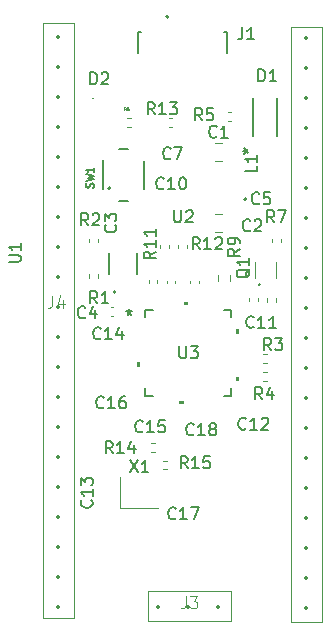
<source format=gto>
%TF.GenerationSoftware,KiCad,Pcbnew,8.0.7*%
%TF.CreationDate,2025-02-02T23:02:36+05:30*%
%TF.ProjectId,my-template,6d792d74-656d-4706-9c61-74652e6b6963,rev?*%
%TF.SameCoordinates,Original*%
%TF.FileFunction,Legend,Top*%
%TF.FilePolarity,Positive*%
%FSLAX46Y46*%
G04 Gerber Fmt 4.6, Leading zero omitted, Abs format (unit mm)*
G04 Created by KiCad (PCBNEW 8.0.7) date 2025-02-02 23:02:36*
%MOMM*%
%LPD*%
G01*
G04 APERTURE LIST*
%ADD10C,0.150000*%
%ADD11C,0.100000*%
%ADD12C,0.062500*%
%ADD13C,0.152400*%
%ADD14C,0.120000*%
%ADD15C,0.000000*%
%ADD16C,0.200000*%
%ADD17C,0.127000*%
%ADD18C,0.350000*%
G04 APERTURE END LIST*
D10*
X232299819Y-90651666D02*
X232299819Y-91127856D01*
X232299819Y-91127856D02*
X231299819Y-91127856D01*
X232299819Y-89794523D02*
X232299819Y-90365951D01*
X232299819Y-90080237D02*
X231299819Y-90080237D01*
X231299819Y-90080237D02*
X231442676Y-90175475D01*
X231442676Y-90175475D02*
X231537914Y-90270713D01*
X231537914Y-90270713D02*
X231585533Y-90365951D01*
X232433905Y-83512819D02*
X232433905Y-82512819D01*
X232433905Y-82512819D02*
X232672000Y-82512819D01*
X232672000Y-82512819D02*
X232814857Y-82560438D01*
X232814857Y-82560438D02*
X232910095Y-82655676D01*
X232910095Y-82655676D02*
X232957714Y-82750914D01*
X232957714Y-82750914D02*
X233005333Y-82941390D01*
X233005333Y-82941390D02*
X233005333Y-83084247D01*
X233005333Y-83084247D02*
X232957714Y-83274723D01*
X232957714Y-83274723D02*
X232910095Y-83369961D01*
X232910095Y-83369961D02*
X232814857Y-83465200D01*
X232814857Y-83465200D02*
X232672000Y-83512819D01*
X232672000Y-83512819D02*
X232433905Y-83512819D01*
X233957714Y-83512819D02*
X233386286Y-83512819D01*
X233672000Y-83512819D02*
X233672000Y-82512819D01*
X233672000Y-82512819D02*
X233576762Y-82655676D01*
X233576762Y-82655676D02*
X233481524Y-82750914D01*
X233481524Y-82750914D02*
X233386286Y-82798533D01*
X231102819Y-89407999D02*
X231340914Y-89407999D01*
X231245676Y-89646094D02*
X231340914Y-89407999D01*
X231340914Y-89407999D02*
X231245676Y-89169904D01*
X231531390Y-89550856D02*
X231340914Y-89407999D01*
X231340914Y-89407999D02*
X231531390Y-89265142D01*
X227449142Y-97736819D02*
X227115809Y-97260628D01*
X226877714Y-97736819D02*
X226877714Y-96736819D01*
X226877714Y-96736819D02*
X227258666Y-96736819D01*
X227258666Y-96736819D02*
X227353904Y-96784438D01*
X227353904Y-96784438D02*
X227401523Y-96832057D01*
X227401523Y-96832057D02*
X227449142Y-96927295D01*
X227449142Y-96927295D02*
X227449142Y-97070152D01*
X227449142Y-97070152D02*
X227401523Y-97165390D01*
X227401523Y-97165390D02*
X227353904Y-97213009D01*
X227353904Y-97213009D02*
X227258666Y-97260628D01*
X227258666Y-97260628D02*
X226877714Y-97260628D01*
X228401523Y-97736819D02*
X227830095Y-97736819D01*
X228115809Y-97736819D02*
X228115809Y-96736819D01*
X228115809Y-96736819D02*
X228020571Y-96879676D01*
X228020571Y-96879676D02*
X227925333Y-96974914D01*
X227925333Y-96974914D02*
X227830095Y-97022533D01*
X228782476Y-96832057D02*
X228830095Y-96784438D01*
X228830095Y-96784438D02*
X228925333Y-96736819D01*
X228925333Y-96736819D02*
X229163428Y-96736819D01*
X229163428Y-96736819D02*
X229258666Y-96784438D01*
X229258666Y-96784438D02*
X229306285Y-96832057D01*
X229306285Y-96832057D02*
X229353904Y-96927295D01*
X229353904Y-96927295D02*
X229353904Y-97022533D01*
X229353904Y-97022533D02*
X229306285Y-97165390D01*
X229306285Y-97165390D02*
X228734857Y-97736819D01*
X228734857Y-97736819D02*
X229353904Y-97736819D01*
D11*
X214991666Y-101692419D02*
X214991666Y-102406704D01*
X214991666Y-102406704D02*
X214944047Y-102549561D01*
X214944047Y-102549561D02*
X214848809Y-102644800D01*
X214848809Y-102644800D02*
X214705952Y-102692419D01*
X214705952Y-102692419D02*
X214610714Y-102692419D01*
X215896428Y-102025752D02*
X215896428Y-102692419D01*
X215658333Y-101644800D02*
X215420238Y-102359085D01*
X215420238Y-102359085D02*
X216039285Y-102359085D01*
D10*
X225738095Y-105954819D02*
X225738095Y-106764342D01*
X225738095Y-106764342D02*
X225785714Y-106859580D01*
X225785714Y-106859580D02*
X225833333Y-106907200D01*
X225833333Y-106907200D02*
X225928571Y-106954819D01*
X225928571Y-106954819D02*
X226119047Y-106954819D01*
X226119047Y-106954819D02*
X226214285Y-106907200D01*
X226214285Y-106907200D02*
X226261904Y-106859580D01*
X226261904Y-106859580D02*
X226309523Y-106764342D01*
X226309523Y-106764342D02*
X226309523Y-105954819D01*
X226690476Y-105954819D02*
X227309523Y-105954819D01*
X227309523Y-105954819D02*
X226976190Y-106335771D01*
X226976190Y-106335771D02*
X227119047Y-106335771D01*
X227119047Y-106335771D02*
X227214285Y-106383390D01*
X227214285Y-106383390D02*
X227261904Y-106431009D01*
X227261904Y-106431009D02*
X227309523Y-106526247D01*
X227309523Y-106526247D02*
X227309523Y-106764342D01*
X227309523Y-106764342D02*
X227261904Y-106859580D01*
X227261904Y-106859580D02*
X227214285Y-106907200D01*
X227214285Y-106907200D02*
X227119047Y-106954819D01*
X227119047Y-106954819D02*
X226833333Y-106954819D01*
X226833333Y-106954819D02*
X226738095Y-106907200D01*
X226738095Y-106907200D02*
X226690476Y-106859580D01*
X221488000Y-102832819D02*
X221488000Y-103070914D01*
X221249905Y-102975676D02*
X221488000Y-103070914D01*
X221488000Y-103070914D02*
X221726095Y-102975676D01*
X221345143Y-103261390D02*
X221488000Y-103070914D01*
X221488000Y-103070914D02*
X221630857Y-103261390D01*
X233767333Y-95450819D02*
X233434000Y-94974628D01*
X233195905Y-95450819D02*
X233195905Y-94450819D01*
X233195905Y-94450819D02*
X233576857Y-94450819D01*
X233576857Y-94450819D02*
X233672095Y-94498438D01*
X233672095Y-94498438D02*
X233719714Y-94546057D01*
X233719714Y-94546057D02*
X233767333Y-94641295D01*
X233767333Y-94641295D02*
X233767333Y-94784152D01*
X233767333Y-94784152D02*
X233719714Y-94879390D01*
X233719714Y-94879390D02*
X233672095Y-94927009D01*
X233672095Y-94927009D02*
X233576857Y-94974628D01*
X233576857Y-94974628D02*
X233195905Y-94974628D01*
X234100667Y-94450819D02*
X234767333Y-94450819D01*
X234767333Y-94450819D02*
X234338762Y-95450819D01*
X227671333Y-86814819D02*
X227338000Y-86338628D01*
X227099905Y-86814819D02*
X227099905Y-85814819D01*
X227099905Y-85814819D02*
X227480857Y-85814819D01*
X227480857Y-85814819D02*
X227576095Y-85862438D01*
X227576095Y-85862438D02*
X227623714Y-85910057D01*
X227623714Y-85910057D02*
X227671333Y-86005295D01*
X227671333Y-86005295D02*
X227671333Y-86148152D01*
X227671333Y-86148152D02*
X227623714Y-86243390D01*
X227623714Y-86243390D02*
X227576095Y-86291009D01*
X227576095Y-86291009D02*
X227480857Y-86338628D01*
X227480857Y-86338628D02*
X227099905Y-86338628D01*
X228576095Y-85814819D02*
X228099905Y-85814819D01*
X228099905Y-85814819D02*
X228052286Y-86291009D01*
X228052286Y-86291009D02*
X228099905Y-86243390D01*
X228099905Y-86243390D02*
X228195143Y-86195771D01*
X228195143Y-86195771D02*
X228433238Y-86195771D01*
X228433238Y-86195771D02*
X228528476Y-86243390D01*
X228528476Y-86243390D02*
X228576095Y-86291009D01*
X228576095Y-86291009D02*
X228623714Y-86386247D01*
X228623714Y-86386247D02*
X228623714Y-86624342D01*
X228623714Y-86624342D02*
X228576095Y-86719580D01*
X228576095Y-86719580D02*
X228528476Y-86767200D01*
X228528476Y-86767200D02*
X228433238Y-86814819D01*
X228433238Y-86814819D02*
X228195143Y-86814819D01*
X228195143Y-86814819D02*
X228099905Y-86767200D01*
X228099905Y-86767200D02*
X228052286Y-86719580D01*
X230832819Y-97702666D02*
X230356628Y-98035999D01*
X230832819Y-98274094D02*
X229832819Y-98274094D01*
X229832819Y-98274094D02*
X229832819Y-97893142D01*
X229832819Y-97893142D02*
X229880438Y-97797904D01*
X229880438Y-97797904D02*
X229928057Y-97750285D01*
X229928057Y-97750285D02*
X230023295Y-97702666D01*
X230023295Y-97702666D02*
X230166152Y-97702666D01*
X230166152Y-97702666D02*
X230261390Y-97750285D01*
X230261390Y-97750285D02*
X230309009Y-97797904D01*
X230309009Y-97797904D02*
X230356628Y-97893142D01*
X230356628Y-97893142D02*
X230356628Y-98274094D01*
X230832819Y-97226475D02*
X230832819Y-97035999D01*
X230832819Y-97035999D02*
X230785200Y-96940761D01*
X230785200Y-96940761D02*
X230737580Y-96893142D01*
X230737580Y-96893142D02*
X230594723Y-96797904D01*
X230594723Y-96797904D02*
X230404247Y-96750285D01*
X230404247Y-96750285D02*
X230023295Y-96750285D01*
X230023295Y-96750285D02*
X229928057Y-96797904D01*
X229928057Y-96797904D02*
X229880438Y-96845523D01*
X229880438Y-96845523D02*
X229832819Y-96940761D01*
X229832819Y-96940761D02*
X229832819Y-97131237D01*
X229832819Y-97131237D02*
X229880438Y-97226475D01*
X229880438Y-97226475D02*
X229928057Y-97274094D01*
X229928057Y-97274094D02*
X230023295Y-97321713D01*
X230023295Y-97321713D02*
X230261390Y-97321713D01*
X230261390Y-97321713D02*
X230356628Y-97274094D01*
X230356628Y-97274094D02*
X230404247Y-97226475D01*
X230404247Y-97226475D02*
X230451866Y-97131237D01*
X230451866Y-97131237D02*
X230451866Y-96940761D01*
X230451866Y-96940761D02*
X230404247Y-96845523D01*
X230404247Y-96845523D02*
X230356628Y-96797904D01*
X230356628Y-96797904D02*
X230261390Y-96750285D01*
X225298095Y-94450819D02*
X225298095Y-95260342D01*
X225298095Y-95260342D02*
X225345714Y-95355580D01*
X225345714Y-95355580D02*
X225393333Y-95403200D01*
X225393333Y-95403200D02*
X225488571Y-95450819D01*
X225488571Y-95450819D02*
X225679047Y-95450819D01*
X225679047Y-95450819D02*
X225774285Y-95403200D01*
X225774285Y-95403200D02*
X225821904Y-95355580D01*
X225821904Y-95355580D02*
X225869523Y-95260342D01*
X225869523Y-95260342D02*
X225869523Y-94450819D01*
X226298095Y-94546057D02*
X226345714Y-94498438D01*
X226345714Y-94498438D02*
X226440952Y-94450819D01*
X226440952Y-94450819D02*
X226679047Y-94450819D01*
X226679047Y-94450819D02*
X226774285Y-94498438D01*
X226774285Y-94498438D02*
X226821904Y-94546057D01*
X226821904Y-94546057D02*
X226869523Y-94641295D01*
X226869523Y-94641295D02*
X226869523Y-94736533D01*
X226869523Y-94736533D02*
X226821904Y-94879390D01*
X226821904Y-94879390D02*
X226250476Y-95450819D01*
X226250476Y-95450819D02*
X226869523Y-95450819D01*
X224988333Y-90021580D02*
X224940714Y-90069200D01*
X224940714Y-90069200D02*
X224797857Y-90116819D01*
X224797857Y-90116819D02*
X224702619Y-90116819D01*
X224702619Y-90116819D02*
X224559762Y-90069200D01*
X224559762Y-90069200D02*
X224464524Y-89973961D01*
X224464524Y-89973961D02*
X224416905Y-89878723D01*
X224416905Y-89878723D02*
X224369286Y-89688247D01*
X224369286Y-89688247D02*
X224369286Y-89545390D01*
X224369286Y-89545390D02*
X224416905Y-89354914D01*
X224416905Y-89354914D02*
X224464524Y-89259676D01*
X224464524Y-89259676D02*
X224559762Y-89164438D01*
X224559762Y-89164438D02*
X224702619Y-89116819D01*
X224702619Y-89116819D02*
X224797857Y-89116819D01*
X224797857Y-89116819D02*
X224940714Y-89164438D01*
X224940714Y-89164438D02*
X224988333Y-89212057D01*
X225321667Y-89116819D02*
X225988333Y-89116819D01*
X225988333Y-89116819D02*
X225559762Y-90116819D01*
X232021142Y-104309580D02*
X231973523Y-104357200D01*
X231973523Y-104357200D02*
X231830666Y-104404819D01*
X231830666Y-104404819D02*
X231735428Y-104404819D01*
X231735428Y-104404819D02*
X231592571Y-104357200D01*
X231592571Y-104357200D02*
X231497333Y-104261961D01*
X231497333Y-104261961D02*
X231449714Y-104166723D01*
X231449714Y-104166723D02*
X231402095Y-103976247D01*
X231402095Y-103976247D02*
X231402095Y-103833390D01*
X231402095Y-103833390D02*
X231449714Y-103642914D01*
X231449714Y-103642914D02*
X231497333Y-103547676D01*
X231497333Y-103547676D02*
X231592571Y-103452438D01*
X231592571Y-103452438D02*
X231735428Y-103404819D01*
X231735428Y-103404819D02*
X231830666Y-103404819D01*
X231830666Y-103404819D02*
X231973523Y-103452438D01*
X231973523Y-103452438D02*
X232021142Y-103500057D01*
X232973523Y-104404819D02*
X232402095Y-104404819D01*
X232687809Y-104404819D02*
X232687809Y-103404819D01*
X232687809Y-103404819D02*
X232592571Y-103547676D01*
X232592571Y-103547676D02*
X232497333Y-103642914D01*
X232497333Y-103642914D02*
X232402095Y-103690533D01*
X233925904Y-104404819D02*
X233354476Y-104404819D01*
X233640190Y-104404819D02*
X233640190Y-103404819D01*
X233640190Y-103404819D02*
X233544952Y-103547676D01*
X233544952Y-103547676D02*
X233449714Y-103642914D01*
X233449714Y-103642914D02*
X233354476Y-103690533D01*
X231357142Y-112909580D02*
X231309523Y-112957200D01*
X231309523Y-112957200D02*
X231166666Y-113004819D01*
X231166666Y-113004819D02*
X231071428Y-113004819D01*
X231071428Y-113004819D02*
X230928571Y-112957200D01*
X230928571Y-112957200D02*
X230833333Y-112861961D01*
X230833333Y-112861961D02*
X230785714Y-112766723D01*
X230785714Y-112766723D02*
X230738095Y-112576247D01*
X230738095Y-112576247D02*
X230738095Y-112433390D01*
X230738095Y-112433390D02*
X230785714Y-112242914D01*
X230785714Y-112242914D02*
X230833333Y-112147676D01*
X230833333Y-112147676D02*
X230928571Y-112052438D01*
X230928571Y-112052438D02*
X231071428Y-112004819D01*
X231071428Y-112004819D02*
X231166666Y-112004819D01*
X231166666Y-112004819D02*
X231309523Y-112052438D01*
X231309523Y-112052438D02*
X231357142Y-112100057D01*
X232309523Y-113004819D02*
X231738095Y-113004819D01*
X232023809Y-113004819D02*
X232023809Y-112004819D01*
X232023809Y-112004819D02*
X231928571Y-112147676D01*
X231928571Y-112147676D02*
X231833333Y-112242914D01*
X231833333Y-112242914D02*
X231738095Y-112290533D01*
X232690476Y-112100057D02*
X232738095Y-112052438D01*
X232738095Y-112052438D02*
X232833333Y-112004819D01*
X232833333Y-112004819D02*
X233071428Y-112004819D01*
X233071428Y-112004819D02*
X233166666Y-112052438D01*
X233166666Y-112052438D02*
X233214285Y-112100057D01*
X233214285Y-112100057D02*
X233261904Y-112195295D01*
X233261904Y-112195295D02*
X233261904Y-112290533D01*
X233261904Y-112290533D02*
X233214285Y-112433390D01*
X233214285Y-112433390D02*
X232642857Y-113004819D01*
X232642857Y-113004819D02*
X233261904Y-113004819D01*
X219067142Y-105261580D02*
X219019523Y-105309200D01*
X219019523Y-105309200D02*
X218876666Y-105356819D01*
X218876666Y-105356819D02*
X218781428Y-105356819D01*
X218781428Y-105356819D02*
X218638571Y-105309200D01*
X218638571Y-105309200D02*
X218543333Y-105213961D01*
X218543333Y-105213961D02*
X218495714Y-105118723D01*
X218495714Y-105118723D02*
X218448095Y-104928247D01*
X218448095Y-104928247D02*
X218448095Y-104785390D01*
X218448095Y-104785390D02*
X218495714Y-104594914D01*
X218495714Y-104594914D02*
X218543333Y-104499676D01*
X218543333Y-104499676D02*
X218638571Y-104404438D01*
X218638571Y-104404438D02*
X218781428Y-104356819D01*
X218781428Y-104356819D02*
X218876666Y-104356819D01*
X218876666Y-104356819D02*
X219019523Y-104404438D01*
X219019523Y-104404438D02*
X219067142Y-104452057D01*
X220019523Y-105356819D02*
X219448095Y-105356819D01*
X219733809Y-105356819D02*
X219733809Y-104356819D01*
X219733809Y-104356819D02*
X219638571Y-104499676D01*
X219638571Y-104499676D02*
X219543333Y-104594914D01*
X219543333Y-104594914D02*
X219448095Y-104642533D01*
X220876666Y-104690152D02*
X220876666Y-105356819D01*
X220638571Y-104309200D02*
X220400476Y-105023485D01*
X220400476Y-105023485D02*
X221019523Y-105023485D01*
X218291580Y-118987857D02*
X218339200Y-119035476D01*
X218339200Y-119035476D02*
X218386819Y-119178333D01*
X218386819Y-119178333D02*
X218386819Y-119273571D01*
X218386819Y-119273571D02*
X218339200Y-119416428D01*
X218339200Y-119416428D02*
X218243961Y-119511666D01*
X218243961Y-119511666D02*
X218148723Y-119559285D01*
X218148723Y-119559285D02*
X217958247Y-119606904D01*
X217958247Y-119606904D02*
X217815390Y-119606904D01*
X217815390Y-119606904D02*
X217624914Y-119559285D01*
X217624914Y-119559285D02*
X217529676Y-119511666D01*
X217529676Y-119511666D02*
X217434438Y-119416428D01*
X217434438Y-119416428D02*
X217386819Y-119273571D01*
X217386819Y-119273571D02*
X217386819Y-119178333D01*
X217386819Y-119178333D02*
X217434438Y-119035476D01*
X217434438Y-119035476D02*
X217482057Y-118987857D01*
X218386819Y-118035476D02*
X218386819Y-118606904D01*
X218386819Y-118321190D02*
X217386819Y-118321190D01*
X217386819Y-118321190D02*
X217529676Y-118416428D01*
X217529676Y-118416428D02*
X217624914Y-118511666D01*
X217624914Y-118511666D02*
X217672533Y-118606904D01*
X217386819Y-117702142D02*
X217386819Y-117083095D01*
X217386819Y-117083095D02*
X217767771Y-117416428D01*
X217767771Y-117416428D02*
X217767771Y-117273571D01*
X217767771Y-117273571D02*
X217815390Y-117178333D01*
X217815390Y-117178333D02*
X217863009Y-117130714D01*
X217863009Y-117130714D02*
X217958247Y-117083095D01*
X217958247Y-117083095D02*
X218196342Y-117083095D01*
X218196342Y-117083095D02*
X218291580Y-117130714D01*
X218291580Y-117130714D02*
X218339200Y-117178333D01*
X218339200Y-117178333D02*
X218386819Y-117273571D01*
X218386819Y-117273571D02*
X218386819Y-117559285D01*
X218386819Y-117559285D02*
X218339200Y-117654523D01*
X218339200Y-117654523D02*
X218291580Y-117702142D01*
X222623142Y-113135580D02*
X222575523Y-113183200D01*
X222575523Y-113183200D02*
X222432666Y-113230819D01*
X222432666Y-113230819D02*
X222337428Y-113230819D01*
X222337428Y-113230819D02*
X222194571Y-113183200D01*
X222194571Y-113183200D02*
X222099333Y-113087961D01*
X222099333Y-113087961D02*
X222051714Y-112992723D01*
X222051714Y-112992723D02*
X222004095Y-112802247D01*
X222004095Y-112802247D02*
X222004095Y-112659390D01*
X222004095Y-112659390D02*
X222051714Y-112468914D01*
X222051714Y-112468914D02*
X222099333Y-112373676D01*
X222099333Y-112373676D02*
X222194571Y-112278438D01*
X222194571Y-112278438D02*
X222337428Y-112230819D01*
X222337428Y-112230819D02*
X222432666Y-112230819D01*
X222432666Y-112230819D02*
X222575523Y-112278438D01*
X222575523Y-112278438D02*
X222623142Y-112326057D01*
X223575523Y-113230819D02*
X223004095Y-113230819D01*
X223289809Y-113230819D02*
X223289809Y-112230819D01*
X223289809Y-112230819D02*
X223194571Y-112373676D01*
X223194571Y-112373676D02*
X223099333Y-112468914D01*
X223099333Y-112468914D02*
X223004095Y-112516533D01*
X224480285Y-112230819D02*
X224004095Y-112230819D01*
X224004095Y-112230819D02*
X223956476Y-112707009D01*
X223956476Y-112707009D02*
X224004095Y-112659390D01*
X224004095Y-112659390D02*
X224099333Y-112611771D01*
X224099333Y-112611771D02*
X224337428Y-112611771D01*
X224337428Y-112611771D02*
X224432666Y-112659390D01*
X224432666Y-112659390D02*
X224480285Y-112707009D01*
X224480285Y-112707009D02*
X224527904Y-112802247D01*
X224527904Y-112802247D02*
X224527904Y-113040342D01*
X224527904Y-113040342D02*
X224480285Y-113135580D01*
X224480285Y-113135580D02*
X224432666Y-113183200D01*
X224432666Y-113183200D02*
X224337428Y-113230819D01*
X224337428Y-113230819D02*
X224099333Y-113230819D01*
X224099333Y-113230819D02*
X224004095Y-113183200D01*
X224004095Y-113183200D02*
X223956476Y-113135580D01*
X223720819Y-97924857D02*
X223244628Y-98258190D01*
X223720819Y-98496285D02*
X222720819Y-98496285D01*
X222720819Y-98496285D02*
X222720819Y-98115333D01*
X222720819Y-98115333D02*
X222768438Y-98020095D01*
X222768438Y-98020095D02*
X222816057Y-97972476D01*
X222816057Y-97972476D02*
X222911295Y-97924857D01*
X222911295Y-97924857D02*
X223054152Y-97924857D01*
X223054152Y-97924857D02*
X223149390Y-97972476D01*
X223149390Y-97972476D02*
X223197009Y-98020095D01*
X223197009Y-98020095D02*
X223244628Y-98115333D01*
X223244628Y-98115333D02*
X223244628Y-98496285D01*
X223720819Y-96972476D02*
X223720819Y-97543904D01*
X223720819Y-97258190D02*
X222720819Y-97258190D01*
X222720819Y-97258190D02*
X222863676Y-97353428D01*
X222863676Y-97353428D02*
X222958914Y-97448666D01*
X222958914Y-97448666D02*
X223006533Y-97543904D01*
X223720819Y-96020095D02*
X223720819Y-96591523D01*
X223720819Y-96305809D02*
X222720819Y-96305809D01*
X222720819Y-96305809D02*
X222863676Y-96401047D01*
X222863676Y-96401047D02*
X222958914Y-96496285D01*
X222958914Y-96496285D02*
X223006533Y-96591523D01*
X220309580Y-95666666D02*
X220357200Y-95714285D01*
X220357200Y-95714285D02*
X220404819Y-95857142D01*
X220404819Y-95857142D02*
X220404819Y-95952380D01*
X220404819Y-95952380D02*
X220357200Y-96095237D01*
X220357200Y-96095237D02*
X220261961Y-96190475D01*
X220261961Y-96190475D02*
X220166723Y-96238094D01*
X220166723Y-96238094D02*
X219976247Y-96285713D01*
X219976247Y-96285713D02*
X219833390Y-96285713D01*
X219833390Y-96285713D02*
X219642914Y-96238094D01*
X219642914Y-96238094D02*
X219547676Y-96190475D01*
X219547676Y-96190475D02*
X219452438Y-96095237D01*
X219452438Y-96095237D02*
X219404819Y-95952380D01*
X219404819Y-95952380D02*
X219404819Y-95857142D01*
X219404819Y-95857142D02*
X219452438Y-95714285D01*
X219452438Y-95714285D02*
X219500057Y-95666666D01*
X219404819Y-95333332D02*
X219404819Y-94714285D01*
X219404819Y-94714285D02*
X219785771Y-95047618D01*
X219785771Y-95047618D02*
X219785771Y-94904761D01*
X219785771Y-94904761D02*
X219833390Y-94809523D01*
X219833390Y-94809523D02*
X219881009Y-94761904D01*
X219881009Y-94761904D02*
X219976247Y-94714285D01*
X219976247Y-94714285D02*
X220214342Y-94714285D01*
X220214342Y-94714285D02*
X220309580Y-94761904D01*
X220309580Y-94761904D02*
X220357200Y-94809523D01*
X220357200Y-94809523D02*
X220404819Y-94904761D01*
X220404819Y-94904761D02*
X220404819Y-95190475D01*
X220404819Y-95190475D02*
X220357200Y-95285713D01*
X220357200Y-95285713D02*
X220309580Y-95333332D01*
X218019333Y-95704819D02*
X217686000Y-95228628D01*
X217447905Y-95704819D02*
X217447905Y-94704819D01*
X217447905Y-94704819D02*
X217828857Y-94704819D01*
X217828857Y-94704819D02*
X217924095Y-94752438D01*
X217924095Y-94752438D02*
X217971714Y-94800057D01*
X217971714Y-94800057D02*
X218019333Y-94895295D01*
X218019333Y-94895295D02*
X218019333Y-95038152D01*
X218019333Y-95038152D02*
X217971714Y-95133390D01*
X217971714Y-95133390D02*
X217924095Y-95181009D01*
X217924095Y-95181009D02*
X217828857Y-95228628D01*
X217828857Y-95228628D02*
X217447905Y-95228628D01*
X218400286Y-94800057D02*
X218447905Y-94752438D01*
X218447905Y-94752438D02*
X218543143Y-94704819D01*
X218543143Y-94704819D02*
X218781238Y-94704819D01*
X218781238Y-94704819D02*
X218876476Y-94752438D01*
X218876476Y-94752438D02*
X218924095Y-94800057D01*
X218924095Y-94800057D02*
X218971714Y-94895295D01*
X218971714Y-94895295D02*
X218971714Y-94990533D01*
X218971714Y-94990533D02*
X218924095Y-95133390D01*
X218924095Y-95133390D02*
X218352667Y-95704819D01*
X218352667Y-95704819D02*
X218971714Y-95704819D01*
X233513333Y-106284819D02*
X233180000Y-105808628D01*
X232941905Y-106284819D02*
X232941905Y-105284819D01*
X232941905Y-105284819D02*
X233322857Y-105284819D01*
X233322857Y-105284819D02*
X233418095Y-105332438D01*
X233418095Y-105332438D02*
X233465714Y-105380057D01*
X233465714Y-105380057D02*
X233513333Y-105475295D01*
X233513333Y-105475295D02*
X233513333Y-105618152D01*
X233513333Y-105618152D02*
X233465714Y-105713390D01*
X233465714Y-105713390D02*
X233418095Y-105761009D01*
X233418095Y-105761009D02*
X233322857Y-105808628D01*
X233322857Y-105808628D02*
X232941905Y-105808628D01*
X233846667Y-105284819D02*
X234465714Y-105284819D01*
X234465714Y-105284819D02*
X234132381Y-105665771D01*
X234132381Y-105665771D02*
X234275238Y-105665771D01*
X234275238Y-105665771D02*
X234370476Y-105713390D01*
X234370476Y-105713390D02*
X234418095Y-105761009D01*
X234418095Y-105761009D02*
X234465714Y-105856247D01*
X234465714Y-105856247D02*
X234465714Y-106094342D01*
X234465714Y-106094342D02*
X234418095Y-106189580D01*
X234418095Y-106189580D02*
X234370476Y-106237200D01*
X234370476Y-106237200D02*
X234275238Y-106284819D01*
X234275238Y-106284819D02*
X233989524Y-106284819D01*
X233989524Y-106284819D02*
X233894286Y-106237200D01*
X233894286Y-106237200D02*
X233846667Y-106189580D01*
X231690057Y-99409238D02*
X231642438Y-99504476D01*
X231642438Y-99504476D02*
X231547200Y-99599714D01*
X231547200Y-99599714D02*
X231404342Y-99742571D01*
X231404342Y-99742571D02*
X231356723Y-99837809D01*
X231356723Y-99837809D02*
X231356723Y-99933047D01*
X231594819Y-99885428D02*
X231547200Y-99980666D01*
X231547200Y-99980666D02*
X231451961Y-100075904D01*
X231451961Y-100075904D02*
X231261485Y-100123523D01*
X231261485Y-100123523D02*
X230928152Y-100123523D01*
X230928152Y-100123523D02*
X230737676Y-100075904D01*
X230737676Y-100075904D02*
X230642438Y-99980666D01*
X230642438Y-99980666D02*
X230594819Y-99885428D01*
X230594819Y-99885428D02*
X230594819Y-99694952D01*
X230594819Y-99694952D02*
X230642438Y-99599714D01*
X230642438Y-99599714D02*
X230737676Y-99504476D01*
X230737676Y-99504476D02*
X230928152Y-99456857D01*
X230928152Y-99456857D02*
X231261485Y-99456857D01*
X231261485Y-99456857D02*
X231451961Y-99504476D01*
X231451961Y-99504476D02*
X231547200Y-99599714D01*
X231547200Y-99599714D02*
X231594819Y-99694952D01*
X231594819Y-99694952D02*
X231594819Y-99885428D01*
X231594819Y-98504476D02*
X231594819Y-99075904D01*
X231594819Y-98790190D02*
X230594819Y-98790190D01*
X230594819Y-98790190D02*
X230737676Y-98885428D01*
X230737676Y-98885428D02*
X230832914Y-98980666D01*
X230832914Y-98980666D02*
X230880533Y-99075904D01*
X223639142Y-86306819D02*
X223305809Y-85830628D01*
X223067714Y-86306819D02*
X223067714Y-85306819D01*
X223067714Y-85306819D02*
X223448666Y-85306819D01*
X223448666Y-85306819D02*
X223543904Y-85354438D01*
X223543904Y-85354438D02*
X223591523Y-85402057D01*
X223591523Y-85402057D02*
X223639142Y-85497295D01*
X223639142Y-85497295D02*
X223639142Y-85640152D01*
X223639142Y-85640152D02*
X223591523Y-85735390D01*
X223591523Y-85735390D02*
X223543904Y-85783009D01*
X223543904Y-85783009D02*
X223448666Y-85830628D01*
X223448666Y-85830628D02*
X223067714Y-85830628D01*
X224591523Y-86306819D02*
X224020095Y-86306819D01*
X224305809Y-86306819D02*
X224305809Y-85306819D01*
X224305809Y-85306819D02*
X224210571Y-85449676D01*
X224210571Y-85449676D02*
X224115333Y-85544914D01*
X224115333Y-85544914D02*
X224020095Y-85592533D01*
X224924857Y-85306819D02*
X225543904Y-85306819D01*
X225543904Y-85306819D02*
X225210571Y-85687771D01*
X225210571Y-85687771D02*
X225353428Y-85687771D01*
X225353428Y-85687771D02*
X225448666Y-85735390D01*
X225448666Y-85735390D02*
X225496285Y-85783009D01*
X225496285Y-85783009D02*
X225543904Y-85878247D01*
X225543904Y-85878247D02*
X225543904Y-86116342D01*
X225543904Y-86116342D02*
X225496285Y-86211580D01*
X225496285Y-86211580D02*
X225448666Y-86259200D01*
X225448666Y-86259200D02*
X225353428Y-86306819D01*
X225353428Y-86306819D02*
X225067714Y-86306819D01*
X225067714Y-86306819D02*
X224972476Y-86259200D01*
X224972476Y-86259200D02*
X224924857Y-86211580D01*
X232751333Y-110436819D02*
X232418000Y-109960628D01*
X232179905Y-110436819D02*
X232179905Y-109436819D01*
X232179905Y-109436819D02*
X232560857Y-109436819D01*
X232560857Y-109436819D02*
X232656095Y-109484438D01*
X232656095Y-109484438D02*
X232703714Y-109532057D01*
X232703714Y-109532057D02*
X232751333Y-109627295D01*
X232751333Y-109627295D02*
X232751333Y-109770152D01*
X232751333Y-109770152D02*
X232703714Y-109865390D01*
X232703714Y-109865390D02*
X232656095Y-109913009D01*
X232656095Y-109913009D02*
X232560857Y-109960628D01*
X232560857Y-109960628D02*
X232179905Y-109960628D01*
X233608476Y-109770152D02*
X233608476Y-110436819D01*
X233370381Y-109389200D02*
X233132286Y-110103485D01*
X233132286Y-110103485D02*
X233751333Y-110103485D01*
X224401142Y-92561580D02*
X224353523Y-92609200D01*
X224353523Y-92609200D02*
X224210666Y-92656819D01*
X224210666Y-92656819D02*
X224115428Y-92656819D01*
X224115428Y-92656819D02*
X223972571Y-92609200D01*
X223972571Y-92609200D02*
X223877333Y-92513961D01*
X223877333Y-92513961D02*
X223829714Y-92418723D01*
X223829714Y-92418723D02*
X223782095Y-92228247D01*
X223782095Y-92228247D02*
X223782095Y-92085390D01*
X223782095Y-92085390D02*
X223829714Y-91894914D01*
X223829714Y-91894914D02*
X223877333Y-91799676D01*
X223877333Y-91799676D02*
X223972571Y-91704438D01*
X223972571Y-91704438D02*
X224115428Y-91656819D01*
X224115428Y-91656819D02*
X224210666Y-91656819D01*
X224210666Y-91656819D02*
X224353523Y-91704438D01*
X224353523Y-91704438D02*
X224401142Y-91752057D01*
X225353523Y-92656819D02*
X224782095Y-92656819D01*
X225067809Y-92656819D02*
X225067809Y-91656819D01*
X225067809Y-91656819D02*
X224972571Y-91799676D01*
X224972571Y-91799676D02*
X224877333Y-91894914D01*
X224877333Y-91894914D02*
X224782095Y-91942533D01*
X225972571Y-91656819D02*
X226067809Y-91656819D01*
X226067809Y-91656819D02*
X226163047Y-91704438D01*
X226163047Y-91704438D02*
X226210666Y-91752057D01*
X226210666Y-91752057D02*
X226258285Y-91847295D01*
X226258285Y-91847295D02*
X226305904Y-92037771D01*
X226305904Y-92037771D02*
X226305904Y-92275866D01*
X226305904Y-92275866D02*
X226258285Y-92466342D01*
X226258285Y-92466342D02*
X226210666Y-92561580D01*
X226210666Y-92561580D02*
X226163047Y-92609200D01*
X226163047Y-92609200D02*
X226067809Y-92656819D01*
X226067809Y-92656819D02*
X225972571Y-92656819D01*
X225972571Y-92656819D02*
X225877333Y-92609200D01*
X225877333Y-92609200D02*
X225829714Y-92561580D01*
X225829714Y-92561580D02*
X225782095Y-92466342D01*
X225782095Y-92466342D02*
X225734476Y-92275866D01*
X225734476Y-92275866D02*
X225734476Y-92037771D01*
X225734476Y-92037771D02*
X225782095Y-91847295D01*
X225782095Y-91847295D02*
X225829714Y-91752057D01*
X225829714Y-91752057D02*
X225877333Y-91704438D01*
X225877333Y-91704438D02*
X225972571Y-91656819D01*
X226941142Y-113389580D02*
X226893523Y-113437200D01*
X226893523Y-113437200D02*
X226750666Y-113484819D01*
X226750666Y-113484819D02*
X226655428Y-113484819D01*
X226655428Y-113484819D02*
X226512571Y-113437200D01*
X226512571Y-113437200D02*
X226417333Y-113341961D01*
X226417333Y-113341961D02*
X226369714Y-113246723D01*
X226369714Y-113246723D02*
X226322095Y-113056247D01*
X226322095Y-113056247D02*
X226322095Y-112913390D01*
X226322095Y-112913390D02*
X226369714Y-112722914D01*
X226369714Y-112722914D02*
X226417333Y-112627676D01*
X226417333Y-112627676D02*
X226512571Y-112532438D01*
X226512571Y-112532438D02*
X226655428Y-112484819D01*
X226655428Y-112484819D02*
X226750666Y-112484819D01*
X226750666Y-112484819D02*
X226893523Y-112532438D01*
X226893523Y-112532438D02*
X226941142Y-112580057D01*
X227893523Y-113484819D02*
X227322095Y-113484819D01*
X227607809Y-113484819D02*
X227607809Y-112484819D01*
X227607809Y-112484819D02*
X227512571Y-112627676D01*
X227512571Y-112627676D02*
X227417333Y-112722914D01*
X227417333Y-112722914D02*
X227322095Y-112770533D01*
X228464952Y-112913390D02*
X228369714Y-112865771D01*
X228369714Y-112865771D02*
X228322095Y-112818152D01*
X228322095Y-112818152D02*
X228274476Y-112722914D01*
X228274476Y-112722914D02*
X228274476Y-112675295D01*
X228274476Y-112675295D02*
X228322095Y-112580057D01*
X228322095Y-112580057D02*
X228369714Y-112532438D01*
X228369714Y-112532438D02*
X228464952Y-112484819D01*
X228464952Y-112484819D02*
X228655428Y-112484819D01*
X228655428Y-112484819D02*
X228750666Y-112532438D01*
X228750666Y-112532438D02*
X228798285Y-112580057D01*
X228798285Y-112580057D02*
X228845904Y-112675295D01*
X228845904Y-112675295D02*
X228845904Y-112722914D01*
X228845904Y-112722914D02*
X228798285Y-112818152D01*
X228798285Y-112818152D02*
X228750666Y-112865771D01*
X228750666Y-112865771D02*
X228655428Y-112913390D01*
X228655428Y-112913390D02*
X228464952Y-112913390D01*
X228464952Y-112913390D02*
X228369714Y-112961009D01*
X228369714Y-112961009D02*
X228322095Y-113008628D01*
X228322095Y-113008628D02*
X228274476Y-113103866D01*
X228274476Y-113103866D02*
X228274476Y-113294342D01*
X228274476Y-113294342D02*
X228322095Y-113389580D01*
X228322095Y-113389580D02*
X228369714Y-113437200D01*
X228369714Y-113437200D02*
X228464952Y-113484819D01*
X228464952Y-113484819D02*
X228655428Y-113484819D01*
X228655428Y-113484819D02*
X228750666Y-113437200D01*
X228750666Y-113437200D02*
X228798285Y-113389580D01*
X228798285Y-113389580D02*
X228845904Y-113294342D01*
X228845904Y-113294342D02*
X228845904Y-113103866D01*
X228845904Y-113103866D02*
X228798285Y-113008628D01*
X228798285Y-113008628D02*
X228750666Y-112961009D01*
X228750666Y-112961009D02*
X228655428Y-112913390D01*
X220083142Y-115008819D02*
X219749809Y-114532628D01*
X219511714Y-115008819D02*
X219511714Y-114008819D01*
X219511714Y-114008819D02*
X219892666Y-114008819D01*
X219892666Y-114008819D02*
X219987904Y-114056438D01*
X219987904Y-114056438D02*
X220035523Y-114104057D01*
X220035523Y-114104057D02*
X220083142Y-114199295D01*
X220083142Y-114199295D02*
X220083142Y-114342152D01*
X220083142Y-114342152D02*
X220035523Y-114437390D01*
X220035523Y-114437390D02*
X219987904Y-114485009D01*
X219987904Y-114485009D02*
X219892666Y-114532628D01*
X219892666Y-114532628D02*
X219511714Y-114532628D01*
X221035523Y-115008819D02*
X220464095Y-115008819D01*
X220749809Y-115008819D02*
X220749809Y-114008819D01*
X220749809Y-114008819D02*
X220654571Y-114151676D01*
X220654571Y-114151676D02*
X220559333Y-114246914D01*
X220559333Y-114246914D02*
X220464095Y-114294533D01*
X221892666Y-114342152D02*
X221892666Y-115008819D01*
X221654571Y-113961200D02*
X221416476Y-114675485D01*
X221416476Y-114675485D02*
X222035523Y-114675485D01*
X228883333Y-88179580D02*
X228835714Y-88227200D01*
X228835714Y-88227200D02*
X228692857Y-88274819D01*
X228692857Y-88274819D02*
X228597619Y-88274819D01*
X228597619Y-88274819D02*
X228454762Y-88227200D01*
X228454762Y-88227200D02*
X228359524Y-88131961D01*
X228359524Y-88131961D02*
X228311905Y-88036723D01*
X228311905Y-88036723D02*
X228264286Y-87846247D01*
X228264286Y-87846247D02*
X228264286Y-87703390D01*
X228264286Y-87703390D02*
X228311905Y-87512914D01*
X228311905Y-87512914D02*
X228359524Y-87417676D01*
X228359524Y-87417676D02*
X228454762Y-87322438D01*
X228454762Y-87322438D02*
X228597619Y-87274819D01*
X228597619Y-87274819D02*
X228692857Y-87274819D01*
X228692857Y-87274819D02*
X228835714Y-87322438D01*
X228835714Y-87322438D02*
X228883333Y-87370057D01*
X229835714Y-88274819D02*
X229264286Y-88274819D01*
X229550000Y-88274819D02*
X229550000Y-87274819D01*
X229550000Y-87274819D02*
X229454762Y-87417676D01*
X229454762Y-87417676D02*
X229359524Y-87512914D01*
X229359524Y-87512914D02*
X229264286Y-87560533D01*
X211290819Y-98805904D02*
X212100342Y-98805904D01*
X212100342Y-98805904D02*
X212195580Y-98758285D01*
X212195580Y-98758285D02*
X212243200Y-98710666D01*
X212243200Y-98710666D02*
X212290819Y-98615428D01*
X212290819Y-98615428D02*
X212290819Y-98424952D01*
X212290819Y-98424952D02*
X212243200Y-98329714D01*
X212243200Y-98329714D02*
X212195580Y-98282095D01*
X212195580Y-98282095D02*
X212100342Y-98234476D01*
X212100342Y-98234476D02*
X211290819Y-98234476D01*
X212290819Y-97234476D02*
X212290819Y-97805904D01*
X212290819Y-97520190D02*
X211290819Y-97520190D01*
X211290819Y-97520190D02*
X211433676Y-97615428D01*
X211433676Y-97615428D02*
X211528914Y-97710666D01*
X211528914Y-97710666D02*
X211576533Y-97805904D01*
X232497333Y-93831580D02*
X232449714Y-93879200D01*
X232449714Y-93879200D02*
X232306857Y-93926819D01*
X232306857Y-93926819D02*
X232211619Y-93926819D01*
X232211619Y-93926819D02*
X232068762Y-93879200D01*
X232068762Y-93879200D02*
X231973524Y-93783961D01*
X231973524Y-93783961D02*
X231925905Y-93688723D01*
X231925905Y-93688723D02*
X231878286Y-93498247D01*
X231878286Y-93498247D02*
X231878286Y-93355390D01*
X231878286Y-93355390D02*
X231925905Y-93164914D01*
X231925905Y-93164914D02*
X231973524Y-93069676D01*
X231973524Y-93069676D02*
X232068762Y-92974438D01*
X232068762Y-92974438D02*
X232211619Y-92926819D01*
X232211619Y-92926819D02*
X232306857Y-92926819D01*
X232306857Y-92926819D02*
X232449714Y-92974438D01*
X232449714Y-92974438D02*
X232497333Y-93022057D01*
X233402095Y-92926819D02*
X232925905Y-92926819D01*
X232925905Y-92926819D02*
X232878286Y-93403009D01*
X232878286Y-93403009D02*
X232925905Y-93355390D01*
X232925905Y-93355390D02*
X233021143Y-93307771D01*
X233021143Y-93307771D02*
X233259238Y-93307771D01*
X233259238Y-93307771D02*
X233354476Y-93355390D01*
X233354476Y-93355390D02*
X233402095Y-93403009D01*
X233402095Y-93403009D02*
X233449714Y-93498247D01*
X233449714Y-93498247D02*
X233449714Y-93736342D01*
X233449714Y-93736342D02*
X233402095Y-93831580D01*
X233402095Y-93831580D02*
X233354476Y-93879200D01*
X233354476Y-93879200D02*
X233259238Y-93926819D01*
X233259238Y-93926819D02*
X233021143Y-93926819D01*
X233021143Y-93926819D02*
X232925905Y-93879200D01*
X232925905Y-93879200D02*
X232878286Y-93831580D01*
X217765333Y-103483580D02*
X217717714Y-103531200D01*
X217717714Y-103531200D02*
X217574857Y-103578819D01*
X217574857Y-103578819D02*
X217479619Y-103578819D01*
X217479619Y-103578819D02*
X217336762Y-103531200D01*
X217336762Y-103531200D02*
X217241524Y-103435961D01*
X217241524Y-103435961D02*
X217193905Y-103340723D01*
X217193905Y-103340723D02*
X217146286Y-103150247D01*
X217146286Y-103150247D02*
X217146286Y-103007390D01*
X217146286Y-103007390D02*
X217193905Y-102816914D01*
X217193905Y-102816914D02*
X217241524Y-102721676D01*
X217241524Y-102721676D02*
X217336762Y-102626438D01*
X217336762Y-102626438D02*
X217479619Y-102578819D01*
X217479619Y-102578819D02*
X217574857Y-102578819D01*
X217574857Y-102578819D02*
X217717714Y-102626438D01*
X217717714Y-102626438D02*
X217765333Y-102674057D01*
X218622476Y-102912152D02*
X218622476Y-103578819D01*
X218384381Y-102531200D02*
X218146286Y-103245485D01*
X218146286Y-103245485D02*
X218765333Y-103245485D01*
X225417142Y-120501580D02*
X225369523Y-120549200D01*
X225369523Y-120549200D02*
X225226666Y-120596819D01*
X225226666Y-120596819D02*
X225131428Y-120596819D01*
X225131428Y-120596819D02*
X224988571Y-120549200D01*
X224988571Y-120549200D02*
X224893333Y-120453961D01*
X224893333Y-120453961D02*
X224845714Y-120358723D01*
X224845714Y-120358723D02*
X224798095Y-120168247D01*
X224798095Y-120168247D02*
X224798095Y-120025390D01*
X224798095Y-120025390D02*
X224845714Y-119834914D01*
X224845714Y-119834914D02*
X224893333Y-119739676D01*
X224893333Y-119739676D02*
X224988571Y-119644438D01*
X224988571Y-119644438D02*
X225131428Y-119596819D01*
X225131428Y-119596819D02*
X225226666Y-119596819D01*
X225226666Y-119596819D02*
X225369523Y-119644438D01*
X225369523Y-119644438D02*
X225417142Y-119692057D01*
X226369523Y-120596819D02*
X225798095Y-120596819D01*
X226083809Y-120596819D02*
X226083809Y-119596819D01*
X226083809Y-119596819D02*
X225988571Y-119739676D01*
X225988571Y-119739676D02*
X225893333Y-119834914D01*
X225893333Y-119834914D02*
X225798095Y-119882533D01*
X226702857Y-119596819D02*
X227369523Y-119596819D01*
X227369523Y-119596819D02*
X226940952Y-120596819D01*
X231735333Y-96117580D02*
X231687714Y-96165200D01*
X231687714Y-96165200D02*
X231544857Y-96212819D01*
X231544857Y-96212819D02*
X231449619Y-96212819D01*
X231449619Y-96212819D02*
X231306762Y-96165200D01*
X231306762Y-96165200D02*
X231211524Y-96069961D01*
X231211524Y-96069961D02*
X231163905Y-95974723D01*
X231163905Y-95974723D02*
X231116286Y-95784247D01*
X231116286Y-95784247D02*
X231116286Y-95641390D01*
X231116286Y-95641390D02*
X231163905Y-95450914D01*
X231163905Y-95450914D02*
X231211524Y-95355676D01*
X231211524Y-95355676D02*
X231306762Y-95260438D01*
X231306762Y-95260438D02*
X231449619Y-95212819D01*
X231449619Y-95212819D02*
X231544857Y-95212819D01*
X231544857Y-95212819D02*
X231687714Y-95260438D01*
X231687714Y-95260438D02*
X231735333Y-95308057D01*
X232116286Y-95308057D02*
X232163905Y-95260438D01*
X232163905Y-95260438D02*
X232259143Y-95212819D01*
X232259143Y-95212819D02*
X232497238Y-95212819D01*
X232497238Y-95212819D02*
X232592476Y-95260438D01*
X232592476Y-95260438D02*
X232640095Y-95308057D01*
X232640095Y-95308057D02*
X232687714Y-95403295D01*
X232687714Y-95403295D02*
X232687714Y-95498533D01*
X232687714Y-95498533D02*
X232640095Y-95641390D01*
X232640095Y-95641390D02*
X232068667Y-96212819D01*
X232068667Y-96212819D02*
X232687714Y-96212819D01*
X218451400Y-92528333D02*
X218481876Y-92436904D01*
X218481876Y-92436904D02*
X218481876Y-92284523D01*
X218481876Y-92284523D02*
X218451400Y-92223571D01*
X218451400Y-92223571D02*
X218420923Y-92193095D01*
X218420923Y-92193095D02*
X218359971Y-92162618D01*
X218359971Y-92162618D02*
X218299019Y-92162618D01*
X218299019Y-92162618D02*
X218238066Y-92193095D01*
X218238066Y-92193095D02*
X218207590Y-92223571D01*
X218207590Y-92223571D02*
X218177114Y-92284523D01*
X218177114Y-92284523D02*
X218146638Y-92406428D01*
X218146638Y-92406428D02*
X218116161Y-92467380D01*
X218116161Y-92467380D02*
X218085685Y-92497857D01*
X218085685Y-92497857D02*
X218024733Y-92528333D01*
X218024733Y-92528333D02*
X217963780Y-92528333D01*
X217963780Y-92528333D02*
X217902828Y-92497857D01*
X217902828Y-92497857D02*
X217872352Y-92467380D01*
X217872352Y-92467380D02*
X217841876Y-92406428D01*
X217841876Y-92406428D02*
X217841876Y-92254047D01*
X217841876Y-92254047D02*
X217872352Y-92162618D01*
X217841876Y-91949285D02*
X218481876Y-91796904D01*
X218481876Y-91796904D02*
X218024733Y-91674999D01*
X218024733Y-91674999D02*
X218481876Y-91553094D01*
X218481876Y-91553094D02*
X217841876Y-91400714D01*
X218481876Y-90821665D02*
X218481876Y-91187380D01*
X218481876Y-91004523D02*
X217841876Y-91004523D01*
X217841876Y-91004523D02*
X217933304Y-91065475D01*
X217933304Y-91065475D02*
X217994257Y-91126427D01*
X217994257Y-91126427D02*
X218024733Y-91187380D01*
D11*
X226266666Y-127132419D02*
X226266666Y-127846704D01*
X226266666Y-127846704D02*
X226219047Y-127989561D01*
X226219047Y-127989561D02*
X226123809Y-128084800D01*
X226123809Y-128084800D02*
X225980952Y-128132419D01*
X225980952Y-128132419D02*
X225885714Y-128132419D01*
X226647619Y-127132419D02*
X227266666Y-127132419D01*
X227266666Y-127132419D02*
X226933333Y-127513371D01*
X226933333Y-127513371D02*
X227076190Y-127513371D01*
X227076190Y-127513371D02*
X227171428Y-127560990D01*
X227171428Y-127560990D02*
X227219047Y-127608609D01*
X227219047Y-127608609D02*
X227266666Y-127703847D01*
X227266666Y-127703847D02*
X227266666Y-127941942D01*
X227266666Y-127941942D02*
X227219047Y-128037180D01*
X227219047Y-128037180D02*
X227171428Y-128084800D01*
X227171428Y-128084800D02*
X227076190Y-128132419D01*
X227076190Y-128132419D02*
X226790476Y-128132419D01*
X226790476Y-128132419D02*
X226695238Y-128084800D01*
X226695238Y-128084800D02*
X226647619Y-128037180D01*
D10*
X231060666Y-78956819D02*
X231060666Y-79671104D01*
X231060666Y-79671104D02*
X231013047Y-79813961D01*
X231013047Y-79813961D02*
X230917809Y-79909200D01*
X230917809Y-79909200D02*
X230774952Y-79956819D01*
X230774952Y-79956819D02*
X230679714Y-79956819D01*
X232060666Y-79956819D02*
X231489238Y-79956819D01*
X231774952Y-79956819D02*
X231774952Y-78956819D01*
X231774952Y-78956819D02*
X231679714Y-79099676D01*
X231679714Y-79099676D02*
X231584476Y-79194914D01*
X231584476Y-79194914D02*
X231489238Y-79242533D01*
X221540476Y-115604819D02*
X222207142Y-116604819D01*
X222207142Y-115604819D02*
X221540476Y-116604819D01*
X223111904Y-116604819D02*
X222540476Y-116604819D01*
X222826190Y-116604819D02*
X222826190Y-115604819D01*
X222826190Y-115604819D02*
X222730952Y-115747676D01*
X222730952Y-115747676D02*
X222635714Y-115842914D01*
X222635714Y-115842914D02*
X222540476Y-115890533D01*
X219321142Y-111103580D02*
X219273523Y-111151200D01*
X219273523Y-111151200D02*
X219130666Y-111198819D01*
X219130666Y-111198819D02*
X219035428Y-111198819D01*
X219035428Y-111198819D02*
X218892571Y-111151200D01*
X218892571Y-111151200D02*
X218797333Y-111055961D01*
X218797333Y-111055961D02*
X218749714Y-110960723D01*
X218749714Y-110960723D02*
X218702095Y-110770247D01*
X218702095Y-110770247D02*
X218702095Y-110627390D01*
X218702095Y-110627390D02*
X218749714Y-110436914D01*
X218749714Y-110436914D02*
X218797333Y-110341676D01*
X218797333Y-110341676D02*
X218892571Y-110246438D01*
X218892571Y-110246438D02*
X219035428Y-110198819D01*
X219035428Y-110198819D02*
X219130666Y-110198819D01*
X219130666Y-110198819D02*
X219273523Y-110246438D01*
X219273523Y-110246438D02*
X219321142Y-110294057D01*
X220273523Y-111198819D02*
X219702095Y-111198819D01*
X219987809Y-111198819D02*
X219987809Y-110198819D01*
X219987809Y-110198819D02*
X219892571Y-110341676D01*
X219892571Y-110341676D02*
X219797333Y-110436914D01*
X219797333Y-110436914D02*
X219702095Y-110484533D01*
X221130666Y-110198819D02*
X220940190Y-110198819D01*
X220940190Y-110198819D02*
X220844952Y-110246438D01*
X220844952Y-110246438D02*
X220797333Y-110294057D01*
X220797333Y-110294057D02*
X220702095Y-110436914D01*
X220702095Y-110436914D02*
X220654476Y-110627390D01*
X220654476Y-110627390D02*
X220654476Y-111008342D01*
X220654476Y-111008342D02*
X220702095Y-111103580D01*
X220702095Y-111103580D02*
X220749714Y-111151200D01*
X220749714Y-111151200D02*
X220844952Y-111198819D01*
X220844952Y-111198819D02*
X221035428Y-111198819D01*
X221035428Y-111198819D02*
X221130666Y-111151200D01*
X221130666Y-111151200D02*
X221178285Y-111103580D01*
X221178285Y-111103580D02*
X221225904Y-111008342D01*
X221225904Y-111008342D02*
X221225904Y-110770247D01*
X221225904Y-110770247D02*
X221178285Y-110675009D01*
X221178285Y-110675009D02*
X221130666Y-110627390D01*
X221130666Y-110627390D02*
X221035428Y-110579771D01*
X221035428Y-110579771D02*
X220844952Y-110579771D01*
X220844952Y-110579771D02*
X220749714Y-110627390D01*
X220749714Y-110627390D02*
X220702095Y-110675009D01*
X220702095Y-110675009D02*
X220654476Y-110770247D01*
X218781333Y-102308819D02*
X218448000Y-101832628D01*
X218209905Y-102308819D02*
X218209905Y-101308819D01*
X218209905Y-101308819D02*
X218590857Y-101308819D01*
X218590857Y-101308819D02*
X218686095Y-101356438D01*
X218686095Y-101356438D02*
X218733714Y-101404057D01*
X218733714Y-101404057D02*
X218781333Y-101499295D01*
X218781333Y-101499295D02*
X218781333Y-101642152D01*
X218781333Y-101642152D02*
X218733714Y-101737390D01*
X218733714Y-101737390D02*
X218686095Y-101785009D01*
X218686095Y-101785009D02*
X218590857Y-101832628D01*
X218590857Y-101832628D02*
X218209905Y-101832628D01*
X219733714Y-102308819D02*
X219162286Y-102308819D01*
X219448000Y-102308819D02*
X219448000Y-101308819D01*
X219448000Y-101308819D02*
X219352762Y-101451676D01*
X219352762Y-101451676D02*
X219257524Y-101546914D01*
X219257524Y-101546914D02*
X219162286Y-101594533D01*
X226433142Y-116278819D02*
X226099809Y-115802628D01*
X225861714Y-116278819D02*
X225861714Y-115278819D01*
X225861714Y-115278819D02*
X226242666Y-115278819D01*
X226242666Y-115278819D02*
X226337904Y-115326438D01*
X226337904Y-115326438D02*
X226385523Y-115374057D01*
X226385523Y-115374057D02*
X226433142Y-115469295D01*
X226433142Y-115469295D02*
X226433142Y-115612152D01*
X226433142Y-115612152D02*
X226385523Y-115707390D01*
X226385523Y-115707390D02*
X226337904Y-115755009D01*
X226337904Y-115755009D02*
X226242666Y-115802628D01*
X226242666Y-115802628D02*
X225861714Y-115802628D01*
X227385523Y-116278819D02*
X226814095Y-116278819D01*
X227099809Y-116278819D02*
X227099809Y-115278819D01*
X227099809Y-115278819D02*
X227004571Y-115421676D01*
X227004571Y-115421676D02*
X226909333Y-115516914D01*
X226909333Y-115516914D02*
X226814095Y-115564533D01*
X228290285Y-115278819D02*
X227814095Y-115278819D01*
X227814095Y-115278819D02*
X227766476Y-115755009D01*
X227766476Y-115755009D02*
X227814095Y-115707390D01*
X227814095Y-115707390D02*
X227909333Y-115659771D01*
X227909333Y-115659771D02*
X228147428Y-115659771D01*
X228147428Y-115659771D02*
X228242666Y-115707390D01*
X228242666Y-115707390D02*
X228290285Y-115755009D01*
X228290285Y-115755009D02*
X228337904Y-115850247D01*
X228337904Y-115850247D02*
X228337904Y-116088342D01*
X228337904Y-116088342D02*
X228290285Y-116183580D01*
X228290285Y-116183580D02*
X228242666Y-116231200D01*
X228242666Y-116231200D02*
X228147428Y-116278819D01*
X228147428Y-116278819D02*
X227909333Y-116278819D01*
X227909333Y-116278819D02*
X227814095Y-116231200D01*
X227814095Y-116231200D02*
X227766476Y-116183580D01*
X218209905Y-83766819D02*
X218209905Y-82766819D01*
X218209905Y-82766819D02*
X218448000Y-82766819D01*
X218448000Y-82766819D02*
X218590857Y-82814438D01*
X218590857Y-82814438D02*
X218686095Y-82909676D01*
X218686095Y-82909676D02*
X218733714Y-83004914D01*
X218733714Y-83004914D02*
X218781333Y-83195390D01*
X218781333Y-83195390D02*
X218781333Y-83338247D01*
X218781333Y-83338247D02*
X218733714Y-83528723D01*
X218733714Y-83528723D02*
X218686095Y-83623961D01*
X218686095Y-83623961D02*
X218590857Y-83719200D01*
X218590857Y-83719200D02*
X218448000Y-83766819D01*
X218448000Y-83766819D02*
X218209905Y-83766819D01*
X219162286Y-82862057D02*
X219209905Y-82814438D01*
X219209905Y-82814438D02*
X219305143Y-82766819D01*
X219305143Y-82766819D02*
X219543238Y-82766819D01*
X219543238Y-82766819D02*
X219638476Y-82814438D01*
X219638476Y-82814438D02*
X219686095Y-82862057D01*
X219686095Y-82862057D02*
X219733714Y-82957295D01*
X219733714Y-82957295D02*
X219733714Y-83052533D01*
X219733714Y-83052533D02*
X219686095Y-83195390D01*
X219686095Y-83195390D02*
X219114667Y-83766819D01*
X219114667Y-83766819D02*
X219733714Y-83766819D01*
D12*
X221192333Y-85964404D02*
X221109000Y-85845357D01*
X221049476Y-85964404D02*
X221049476Y-85714404D01*
X221049476Y-85714404D02*
X221144714Y-85714404D01*
X221144714Y-85714404D02*
X221168524Y-85726309D01*
X221168524Y-85726309D02*
X221180429Y-85738214D01*
X221180429Y-85738214D02*
X221192333Y-85762023D01*
X221192333Y-85762023D02*
X221192333Y-85797738D01*
X221192333Y-85797738D02*
X221180429Y-85821547D01*
X221180429Y-85821547D02*
X221168524Y-85833452D01*
X221168524Y-85833452D02*
X221144714Y-85845357D01*
X221144714Y-85845357D02*
X221049476Y-85845357D01*
X221406619Y-85714404D02*
X221359000Y-85714404D01*
X221359000Y-85714404D02*
X221335191Y-85726309D01*
X221335191Y-85726309D02*
X221323286Y-85738214D01*
X221323286Y-85738214D02*
X221299476Y-85773928D01*
X221299476Y-85773928D02*
X221287572Y-85821547D01*
X221287572Y-85821547D02*
X221287572Y-85916785D01*
X221287572Y-85916785D02*
X221299476Y-85940595D01*
X221299476Y-85940595D02*
X221311381Y-85952500D01*
X221311381Y-85952500D02*
X221335191Y-85964404D01*
X221335191Y-85964404D02*
X221382810Y-85964404D01*
X221382810Y-85964404D02*
X221406619Y-85952500D01*
X221406619Y-85952500D02*
X221418524Y-85940595D01*
X221418524Y-85940595D02*
X221430429Y-85916785D01*
X221430429Y-85916785D02*
X221430429Y-85857261D01*
X221430429Y-85857261D02*
X221418524Y-85833452D01*
X221418524Y-85833452D02*
X221406619Y-85821547D01*
X221406619Y-85821547D02*
X221382810Y-85809642D01*
X221382810Y-85809642D02*
X221335191Y-85809642D01*
X221335191Y-85809642D02*
X221311381Y-85821547D01*
X221311381Y-85821547D02*
X221299476Y-85833452D01*
X221299476Y-85833452D02*
X221287572Y-85857261D01*
%TO.C,J2*%
D11*
X235175000Y-78940000D02*
X237785000Y-78940000D01*
X237785000Y-129310000D01*
X235175000Y-129310000D01*
X235175000Y-78940000D01*
D13*
%TO.C,D1*%
X231971300Y-84961900D02*
X231971300Y-88111500D01*
X234028700Y-88111500D02*
X234028700Y-84961900D01*
D14*
%TO.C,R12*%
X225610000Y-97346359D02*
X225610000Y-97653641D01*
X226370000Y-97346359D02*
X226370000Y-97653641D01*
%TO.C,J4*%
D11*
X216825000Y-78550000D02*
X214215000Y-78550000D01*
X214215000Y-128920000D01*
X216825000Y-128920000D01*
X216825000Y-78550000D01*
D13*
%TO.C,U3*%
X222867800Y-102867800D02*
X222867800Y-103478360D01*
X222867800Y-109521640D02*
X222867800Y-110132200D01*
X222867800Y-110132200D02*
X223478360Y-110132200D01*
X223478360Y-102867800D02*
X222867800Y-102867800D01*
X229521640Y-110132200D02*
X230132200Y-110132200D01*
X230132200Y-102867800D02*
X229521640Y-102867800D01*
X230132200Y-103478360D02*
X230132200Y-102867800D01*
X230132200Y-110132200D02*
X230132200Y-109521640D01*
D15*
G36*
X222436000Y-107690501D02*
G01*
X222182000Y-107690501D01*
X222182000Y-107309501D01*
X222436000Y-107309501D01*
X222436000Y-107690501D01*
G37*
G36*
X226090501Y-110818000D02*
G01*
X225709501Y-110818000D01*
X225709501Y-110564000D01*
X226090501Y-110564000D01*
X226090501Y-110818000D01*
G37*
G36*
X226490500Y-102436000D02*
G01*
X226109500Y-102436000D01*
X226109500Y-102182000D01*
X226490500Y-102182000D01*
X226490500Y-102436000D01*
G37*
G36*
X230818000Y-104890501D02*
G01*
X230564000Y-104890501D01*
X230564000Y-104509501D01*
X230818000Y-104509501D01*
X230818000Y-104890501D01*
G37*
G36*
X230818000Y-108890501D02*
G01*
X230564000Y-108890501D01*
X230564000Y-108509501D01*
X230818000Y-108509501D01*
X230818000Y-108890501D01*
G37*
D14*
%TO.C,R7*%
X233620000Y-97153641D02*
X233620000Y-96846359D01*
X234380000Y-97153641D02*
X234380000Y-96846359D01*
%TO.C,R5*%
X229836359Y-86120000D02*
X230143641Y-86120000D01*
X229836359Y-86880000D02*
X230143641Y-86880000D01*
%TO.C,R9*%
X228977500Y-99937742D02*
X228977500Y-100412258D01*
X230022500Y-99937742D02*
X230022500Y-100412258D01*
D16*
%TO.C,U2*%
X231425000Y-93500000D02*
G75*
G02*
X231225000Y-93500000I-100000J0D01*
G01*
X231225000Y-93500000D02*
G75*
G02*
X231425000Y-93500000I100000J0D01*
G01*
D14*
%TO.C,C8*%
X223140000Y-100372164D02*
X223140000Y-100587836D01*
X223860000Y-100372164D02*
X223860000Y-100587836D01*
%TO.C,R10*%
X231620000Y-102143641D02*
X231620000Y-101836359D01*
X232380000Y-102143641D02*
X232380000Y-101836359D01*
%TO.C,R11*%
X224120000Y-97356359D02*
X224120000Y-97663641D01*
X224880000Y-97356359D02*
X224880000Y-97663641D01*
%TO.C,R2*%
X218120000Y-97143641D02*
X218120000Y-96836359D01*
X218880000Y-97143641D02*
X218880000Y-96836359D01*
%TO.C,R3*%
X232836359Y-106620000D02*
X233143641Y-106620000D01*
X232836359Y-107380000D02*
X233143641Y-107380000D01*
%TO.C,Q1*%
X232100000Y-98850000D02*
X232100000Y-100150000D01*
X233900000Y-98850000D02*
X233900000Y-100150000D01*
D10*
X232565000Y-100750000D02*
G75*
G02*
X232415000Y-100750000I-75000J0D01*
G01*
X232415000Y-100750000D02*
G75*
G02*
X232565000Y-100750000I75000J0D01*
G01*
D14*
%TO.C,C9*%
X226660000Y-100412164D02*
X226660000Y-100627836D01*
X227380000Y-100412164D02*
X227380000Y-100627836D01*
%TO.C,R13*%
X224836359Y-86620000D02*
X225143641Y-86620000D01*
X224836359Y-87380000D02*
X225143641Y-87380000D01*
%TO.C,R4*%
X232836359Y-108120000D02*
X233143641Y-108120000D01*
X232836359Y-108880000D02*
X233143641Y-108880000D01*
%TO.C,R14*%
X223356359Y-114120000D02*
X223663641Y-114120000D01*
X223356359Y-114880000D02*
X223663641Y-114880000D01*
%TO.C,C1*%
X228788748Y-88765000D02*
X229311252Y-88765000D01*
X228788748Y-90235000D02*
X229311252Y-90235000D01*
D13*
%TO.C,U1*%
X219818900Y-98041455D02*
X219818900Y-99854145D01*
X222181100Y-99854145D02*
X222181100Y-98041455D01*
X220351600Y-101352800D02*
G75*
G02*
X220148400Y-101352800I-101600J0D01*
G01*
X220148400Y-101352800D02*
G75*
G02*
X220351600Y-101352800I101600J0D01*
G01*
D14*
%TO.C,C5*%
X228788748Y-94765000D02*
X229311252Y-94765000D01*
X228788748Y-96235000D02*
X229311252Y-96235000D01*
%TO.C,R8*%
X233120000Y-102163641D02*
X233120000Y-101856359D01*
X233880000Y-102163641D02*
X233880000Y-101856359D01*
%TO.C,C4*%
X219912164Y-102640000D02*
X220127836Y-102640000D01*
X219912164Y-103360000D02*
X220127836Y-103360000D01*
D16*
%TO.C,SW1*%
X219300000Y-92675000D02*
X219300000Y-90175000D01*
X220600000Y-89275000D02*
X221400000Y-89275000D01*
X220600000Y-93675000D02*
X221400000Y-93675000D01*
X222700000Y-92675000D02*
X222700000Y-90275000D01*
X219900000Y-92575000D02*
G75*
G02*
X219700000Y-92575000I-100000J0D01*
G01*
X219700000Y-92575000D02*
G75*
G02*
X219900000Y-92575000I100000J0D01*
G01*
%TO.C,J3*%
D11*
X223100000Y-126675000D02*
X230100000Y-126675000D01*
X230100000Y-129175000D01*
X223100000Y-129175000D01*
X223100000Y-126675000D01*
D17*
%TO.C,J1*%
X222250000Y-79310000D02*
X222250000Y-81160000D01*
X222250000Y-79310000D02*
X222480000Y-79310000D01*
X229750000Y-79310000D02*
X229520000Y-79310000D01*
X229750000Y-79310000D02*
X229750000Y-81160000D01*
D16*
X224800000Y-78060000D02*
G75*
G02*
X224600000Y-78060000I-100000J0D01*
G01*
X224600000Y-78060000D02*
G75*
G02*
X224800000Y-78060000I100000J0D01*
G01*
D14*
%TO.C,X1*%
X220750000Y-117050000D02*
X220750000Y-119650000D01*
X220750000Y-119650000D02*
X223950000Y-119650000D01*
%TO.C,R1*%
X218120000Y-100143641D02*
X218120000Y-99836359D01*
X218880000Y-100143641D02*
X218880000Y-99836359D01*
%TO.C,R15*%
X224356359Y-115620000D02*
X224663641Y-115620000D01*
X224356359Y-116380000D02*
X224663641Y-116380000D01*
D11*
%TO.C,D2*%
X218475000Y-85000000D02*
G75*
G02*
X218375000Y-85000000I-50000J0D01*
G01*
X218375000Y-85000000D02*
G75*
G02*
X218475000Y-85000000I50000J0D01*
G01*
D14*
%TO.C,R6*%
X221336359Y-86620000D02*
X221643641Y-86620000D01*
X221336359Y-87380000D02*
X221643641Y-87380000D01*
%TO.C,C6*%
X225380000Y-100392164D02*
X225380000Y-100607836D01*
X224660000Y-100392164D02*
X224660000Y-100607836D01*
%TD*%
D18*
X236500000Y-128080000D03*
X236500000Y-125540000D03*
X236500000Y-123000000D03*
X236500000Y-120460000D03*
X236500000Y-117920000D03*
X236500000Y-115380000D03*
X236500000Y-112840000D03*
X236500000Y-110300000D03*
X236500000Y-107760000D03*
X236500000Y-105220000D03*
X236500000Y-102680000D03*
X236500000Y-100140000D03*
X236500000Y-97600000D03*
X236500000Y-95060000D03*
X236500000Y-92520000D03*
X236500000Y-89980000D03*
X236500000Y-87440000D03*
X236500000Y-84900000D03*
X236500000Y-82360000D03*
X236500000Y-79820000D03*
X215500000Y-79780000D03*
X215500000Y-82320000D03*
X215500000Y-84860000D03*
X215500000Y-87400000D03*
X215500000Y-89940000D03*
X215500000Y-92480000D03*
X215500000Y-95020000D03*
X215500000Y-97560000D03*
X215500000Y-100100000D03*
X215500000Y-102640000D03*
X215500000Y-105180000D03*
X215500000Y-107720000D03*
X215500000Y-110260000D03*
X215500000Y-112800000D03*
X215500000Y-115340000D03*
X215500000Y-117880000D03*
X215500000Y-120420000D03*
X215500000Y-122960000D03*
X215500000Y-125500000D03*
X215500000Y-128040000D03*
X223960000Y-128000000D03*
X226500000Y-128000000D03*
X229040000Y-128000000D03*
M02*

</source>
